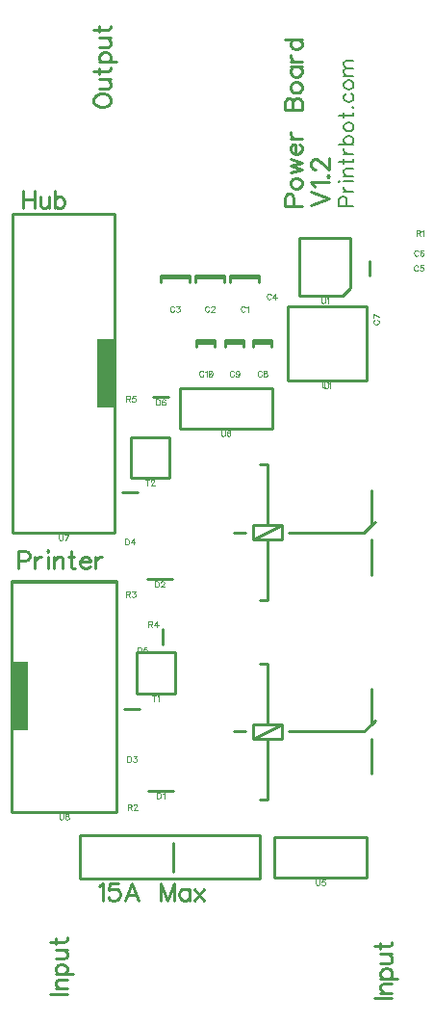
<source format=gbr>
G04 DipTrace 3.0.0.1*
G04 TopSilk.gbr*
%MOIN*%
G04 #@! TF.FileFunction,Legend,Top*
G04 #@! TF.Part,Single*
%ADD10C,0.01*%
G04 #@! TA.AperFunction,Conductor*
%ADD95C,0.003088*%
%ADD96C,0.009264*%
%ADD97C,0.00772*%
%FSLAX26Y26*%
G04*
G70*
G90*
G75*
G01*
G04 TopSilk*
%LPD*%
X1164799Y3209228D2*
D10*
X1263232D1*
X1164799Y3216677D2*
X1263232D1*
X1164799D2*
Y3193118D1*
X1263232Y3216677D2*
Y3193118D1*
X1044799Y3209228D2*
X1143232D1*
X1044799Y3216677D2*
X1143232D1*
X1044799D2*
Y3193118D1*
X1143232Y3216677D2*
Y3193118D1*
X923799Y3209228D2*
X1022232D1*
X923799Y3216677D2*
X1022232D1*
X923799D2*
Y3193118D1*
X1022232Y3216677D2*
Y3193118D1*
X1647656Y3215445D2*
Y3266587D1*
X1244551Y2985228D2*
X1307480D1*
X1244551Y2992677D2*
X1307480D1*
X1244551D2*
Y2969118D1*
X1307480Y2992677D2*
Y2969118D1*
X1147551Y2985228D2*
X1210480D1*
X1147551Y2992677D2*
X1210480D1*
X1147551D2*
Y2969118D1*
X1210480Y2992677D2*
Y2969118D1*
X1048551Y2985228D2*
X1111480D1*
X1048551Y2992677D2*
X1111480D1*
X1048551D2*
Y2969118D1*
X1111480Y2992677D2*
Y2969118D1*
X967323Y1434795D2*
X880709D1*
X963323Y2165795D2*
X876709D1*
X798457Y1715874D2*
X849636D1*
X791457Y2467874D2*
X842636D1*
X929412Y1992421D2*
Y1941280D1*
X949587Y2795635D2*
X898445D1*
X1268016Y1129016D2*
Y1279016D1*
X643016D1*
Y1129016D1*
X1268016D1*
X968016Y1154021D2*
Y1254011D1*
X589079Y2159173D2*
X407976D1*
Y2156780D2*
Y1361535D1*
X770181D1*
Y2156780D1*
Y2159173D2*
X589079D1*
X1500299Y2853661D2*
X1362504D1*
X1500299D2*
X1638094D1*
X1500299Y3109567D2*
X1362504D1*
X1500299D2*
X1638094D1*
Y2853661D1*
X1362504D2*
Y3109567D1*
X838882Y1913701D2*
Y1771969D1*
X972740D1*
Y1913701D1*
X838882D1*
X819087Y2658252D2*
Y2516520D1*
X952945D1*
Y2658252D1*
X819087D1*
X1404359Y3248583D2*
Y3348583D1*
X1579358Y3248583D2*
Y3348583D1*
X1404359D1*
Y3248583D2*
Y3148583D1*
X1579358Y3248583D2*
Y3173583D1*
X1404359Y3148583D2*
X1554366D1*
X1579358Y3173583D2*
X1554366Y3148583D1*
X1318016Y1274016D2*
X1638016D1*
X1318016Y1134016D2*
X1638016D1*
X1318016Y1274016D2*
Y1134016D1*
X1638016Y1274016D2*
Y1134016D1*
X1309016Y2688016D2*
X989016D1*
X1309016Y2828016D2*
X989016D1*
X1309016Y2688016D2*
Y2828016D1*
X989016Y2688016D2*
Y2828016D1*
X410535Y3429646D2*
X764866D1*
Y2327283D1*
X410535D1*
Y3429646D1*
G36*
X704047Y2998000D2*
X759181D1*
Y2761874D1*
X704047D1*
Y2998000D1*
G37*
X408961Y3430236D2*
D10*
X763291D1*
Y2327874D1*
X408961D1*
Y3430236D1*
G36*
X413883Y1880453D2*
X465063D1*
Y1644193D1*
X413883D1*
Y1880453D1*
G37*
X589079Y2158189D2*
D10*
X407976D1*
Y2155797D2*
Y1360551D1*
X770181D1*
Y2155797D1*
Y2158189D2*
X589079D1*
X1267829Y2562062D2*
X1292837D1*
Y2352112D1*
X1242820D1*
Y2327087D1*
Y2302062D1*
X1342856D2*
Y2352112D1*
X1292837D1*
X1242820Y2302062D2*
X1292837D1*
Y2092112D1*
Y2302062D2*
X1342856D1*
X1292837Y2092112D2*
X1267829D1*
X1242820Y2302062D2*
X1342856Y2352112D1*
X1367776Y2327087D2*
X1627833D1*
X1652843Y2352112D1*
Y2474117D2*
Y2352112D1*
Y2302062D2*
Y2179081D1*
Y2352112D2*
X1665837Y2364072D1*
X1177850Y2327087D2*
X1217811D1*
X1267829Y1875054D2*
X1292837D1*
Y1665104D1*
X1242820D1*
Y1640079D1*
Y1615054D1*
X1342856D2*
Y1665104D1*
X1292837D1*
X1242820Y1615054D2*
X1292837D1*
Y1405104D1*
Y1615054D2*
X1342856D1*
X1292837Y1405104D2*
X1267829D1*
X1242820Y1615054D2*
X1342856Y1665104D1*
X1367776Y1640079D2*
X1627833D1*
X1652843Y1665104D1*
Y1787109D2*
Y1665104D1*
Y1615054D2*
Y1492073D1*
Y1665104D2*
X1665837Y1677064D1*
X1177850Y1640079D2*
X1217811D1*
X1215703Y3106725D2*
D95*
X1214753Y3108626D1*
X1212829Y3110549D1*
X1210928Y3111500D1*
X1207103D1*
X1205180Y3110549D1*
X1203279Y3108626D1*
X1202306Y3106725D1*
X1201355Y3103851D1*
Y3099053D1*
X1202306Y3096201D1*
X1203279Y3094278D1*
X1205180Y3092377D1*
X1207103Y3091404D1*
X1210928D1*
X1212829Y3092377D1*
X1214753Y3094278D1*
X1215703Y3096201D1*
X1221879Y3107653D2*
X1223802Y3108626D1*
X1226676Y3111478D1*
Y3091404D1*
X1091403Y3106725D2*
X1090453Y3108626D1*
X1088529Y3110549D1*
X1086628Y3111500D1*
X1082803D1*
X1080880Y3110549D1*
X1078979Y3108626D1*
X1078006Y3106725D1*
X1077055Y3103851D1*
Y3099053D1*
X1078006Y3096201D1*
X1078979Y3094278D1*
X1080880Y3092377D1*
X1082803Y3091404D1*
X1086628D1*
X1088529Y3092377D1*
X1090453Y3094278D1*
X1091403Y3096201D1*
X1098552Y3106703D2*
Y3107653D1*
X1099502Y3109577D1*
X1100453Y3110527D1*
X1102376Y3111478D1*
X1106201D1*
X1108102Y3110527D1*
X1109053Y3109577D1*
X1110026Y3107653D1*
Y3105752D1*
X1109053Y3103829D1*
X1107152Y3100977D1*
X1097579Y3091404D1*
X1110976D1*
X970403Y3106725D2*
X969453Y3108626D1*
X967529Y3110549D1*
X965628Y3111500D1*
X961803D1*
X959880Y3110549D1*
X957979Y3108626D1*
X957006Y3106725D1*
X956055Y3103851D1*
Y3099053D1*
X957006Y3096201D1*
X957979Y3094278D1*
X959880Y3092377D1*
X961803Y3091404D1*
X965628D1*
X967529Y3092377D1*
X969453Y3094278D1*
X970403Y3096201D1*
X978502Y3111478D2*
X989004D1*
X983278Y3103829D1*
X986152D1*
X988053Y3102878D1*
X989004Y3101927D1*
X989976Y3099053D1*
Y3097152D1*
X989004Y3094278D1*
X987102Y3092355D1*
X984228Y3091404D1*
X981354D1*
X978502Y3092355D1*
X977552Y3093327D1*
X976579Y3095229D1*
X1305928Y3149874D2*
X1304977Y3151776D1*
X1303054Y3153699D1*
X1301153Y3154650D1*
X1297328D1*
X1295405Y3153699D1*
X1293503Y3151776D1*
X1292531Y3149874D1*
X1291580Y3147000D1*
Y3142203D1*
X1292531Y3139351D1*
X1293503Y3137428D1*
X1295405Y3135526D1*
X1297328Y3134554D1*
X1301153D1*
X1303054Y3135526D1*
X1304977Y3137428D1*
X1305928Y3139351D1*
X1321676Y3134554D2*
Y3154627D1*
X1312104Y3141252D1*
X1326452D1*
X1273414Y2882725D2*
X1272464Y2884626D1*
X1270540Y2886549D1*
X1268639Y2887500D1*
X1264814D1*
X1262891Y2886549D1*
X1260990Y2884626D1*
X1260017Y2882725D1*
X1259066Y2879851D1*
Y2875053D1*
X1260017Y2872201D1*
X1260990Y2870278D1*
X1262891Y2868377D1*
X1264814Y2867404D1*
X1268639D1*
X1270540Y2868377D1*
X1272464Y2870278D1*
X1273414Y2872201D1*
X1284365Y2887478D2*
X1281513Y2886527D1*
X1280541Y2884626D1*
Y2882703D1*
X1281513Y2880801D1*
X1283415Y2879829D1*
X1287239Y2878878D1*
X1290113Y2877927D1*
X1292015Y2876004D1*
X1292965Y2874103D1*
Y2871229D1*
X1292015Y2869327D1*
X1291064Y2868355D1*
X1288190Y2867404D1*
X1284365D1*
X1281513Y2868355D1*
X1280541Y2869327D1*
X1279590Y2871229D1*
Y2874103D1*
X1280541Y2876004D1*
X1282464Y2877927D1*
X1285316Y2878878D1*
X1289141Y2879829D1*
X1291064Y2880801D1*
X1292015Y2882703D1*
Y2884626D1*
X1291064Y2886527D1*
X1288190Y2887478D1*
X1284365D1*
X1176879Y2882725D2*
X1175928Y2884626D1*
X1174005Y2886549D1*
X1172103Y2887500D1*
X1168279D1*
X1166355Y2886549D1*
X1164454Y2884626D1*
X1163481Y2882725D1*
X1162531Y2879851D1*
Y2875053D1*
X1163481Y2872201D1*
X1164454Y2870278D1*
X1166355Y2868377D1*
X1168279Y2867404D1*
X1172103D1*
X1174005Y2868377D1*
X1175928Y2870278D1*
X1176879Y2872201D1*
X1195501Y2880801D2*
X1194528Y2877927D1*
X1192627Y2876004D1*
X1189753Y2875053D1*
X1188802D1*
X1185928Y2876004D1*
X1184027Y2877927D1*
X1183054Y2880801D1*
Y2881752D1*
X1184027Y2884626D1*
X1185928Y2886527D1*
X1188802Y2887478D1*
X1189753D1*
X1192627Y2886527D1*
X1194528Y2884626D1*
X1195501Y2880801D1*
Y2876004D1*
X1194528Y2871229D1*
X1192627Y2868355D1*
X1189753Y2867404D1*
X1187852D1*
X1184978Y2868355D1*
X1184027Y2870278D1*
X1071917Y2882725D2*
X1070966Y2884626D1*
X1069043Y2886549D1*
X1067141Y2887500D1*
X1063317D1*
X1061393Y2886549D1*
X1059492Y2884626D1*
X1058519Y2882725D1*
X1057569Y2879851D1*
Y2875053D1*
X1058519Y2872201D1*
X1059492Y2870278D1*
X1061393Y2868377D1*
X1063317Y2867404D1*
X1067141D1*
X1069043Y2868377D1*
X1070966Y2870278D1*
X1071917Y2872201D1*
X1078092Y2883653D2*
X1080016Y2884626D1*
X1082890Y2887478D1*
Y2867404D1*
X1094813Y2887478D2*
X1091939Y2886527D1*
X1090016Y2883653D1*
X1089065Y2878878D1*
Y2876004D1*
X1090016Y2871229D1*
X1091939Y2868355D1*
X1094813Y2867404D1*
X1096715D1*
X1099589Y2868355D1*
X1101490Y2871229D1*
X1102463Y2876004D1*
Y2878878D1*
X1101490Y2883653D1*
X1099589Y2886527D1*
X1096715Y2887478D1*
X1094813D1*
X1101490Y2883653D2*
X1090016Y2871229D1*
X911831Y1428012D2*
Y1407916D1*
X918529D1*
X921403Y1408889D1*
X923327Y1410790D1*
X924277Y1412713D1*
X925228Y1415565D1*
Y1420362D1*
X924277Y1423237D1*
X923327Y1425138D1*
X921403Y1427061D1*
X918529Y1428012D1*
X911831D1*
X931404Y1424165D2*
X933327Y1425138D1*
X936201Y1427990D1*
Y1407916D1*
X903531Y2159012D2*
Y2138916D1*
X910229D1*
X913103Y2139889D1*
X915027Y2141790D1*
X915977Y2143713D1*
X916928Y2146565D1*
Y2151362D1*
X915977Y2154237D1*
X915027Y2156138D1*
X913103Y2158061D1*
X910229Y2159012D1*
X903531D1*
X924076Y2154214D2*
Y2155165D1*
X925027Y2157088D1*
X925978Y2158039D1*
X927901Y2158990D1*
X931726D1*
X933627Y2158039D1*
X934578Y2157088D1*
X935550Y2155165D1*
Y2153264D1*
X934578Y2151340D1*
X932676Y2148488D1*
X923104Y2138916D1*
X936501D1*
X808054Y1553579D2*
Y1533483D1*
X814753D1*
X817627Y1534455D1*
X819550Y1536357D1*
X820501Y1538280D1*
X821452Y1541132D1*
Y1545929D1*
X820501Y1548803D1*
X819550Y1550705D1*
X817627Y1552628D1*
X814753Y1553579D1*
X808054D1*
X829551Y1553557D2*
X840052D1*
X834326Y1545907D1*
X837200D1*
X839101Y1544957D1*
X840052Y1544006D1*
X841025Y1541132D1*
Y1539231D1*
X840052Y1536357D1*
X838151Y1534433D1*
X835277Y1533483D1*
X832403D1*
X829551Y1534433D1*
X828600Y1535406D1*
X827627Y1537307D1*
X800579Y2305579D2*
Y2285483D1*
X807278D1*
X810152Y2286455D1*
X812075Y2288357D1*
X813026Y2290280D1*
X813976Y2293132D1*
Y2297929D1*
X813026Y2300803D1*
X812075Y2302705D1*
X810152Y2304628D1*
X807278Y2305579D1*
X800579D1*
X829725Y2285483D2*
Y2305557D1*
X820152Y2292181D1*
X834500D1*
X844040Y1930539D2*
Y1910443D1*
X850738D1*
X853612Y1911416D1*
X855536Y1913317D1*
X856486Y1915241D1*
X857437Y1918093D1*
Y1922890D1*
X856486Y1925764D1*
X855536Y1927665D1*
X853612Y1929589D1*
X850738Y1930539D1*
X844040D1*
X875087Y1930517D2*
X865536D1*
X864586Y1921917D1*
X865536Y1922868D1*
X868410Y1923841D1*
X871262D1*
X874136Y1922868D1*
X876059Y1920967D1*
X877010Y1918093D1*
Y1916191D1*
X876059Y1913317D1*
X874136Y1911394D1*
X871262Y1910443D1*
X868410D1*
X865536Y1911394D1*
X864586Y1912367D1*
X863613Y1914268D1*
X908017Y2788852D2*
Y2768756D1*
X914716D1*
X917590Y2769728D1*
X919513Y2771630D1*
X920464Y2773553D1*
X921414Y2776405D1*
Y2781202D1*
X920464Y2784076D1*
X919513Y2785978D1*
X917590Y2787901D1*
X914716Y2788852D1*
X908017D1*
X939064Y2785978D2*
X938113Y2787879D1*
X935239Y2788830D1*
X933338D1*
X930464Y2787879D1*
X928541Y2785005D1*
X927590Y2780230D1*
Y2775454D1*
X928541Y2771630D1*
X930464Y2769706D1*
X933338Y2768756D1*
X934289D1*
X937141Y2769706D1*
X939064Y2771630D1*
X940015Y2774504D1*
Y2775454D1*
X939064Y2778328D1*
X937141Y2780230D1*
X934289Y2781180D1*
X933338D1*
X930464Y2780230D1*
X928541Y2778328D1*
X927590Y2775454D1*
X572605Y1354752D2*
Y1340404D1*
X573555Y1337530D1*
X575479Y1335629D1*
X578353Y1334656D1*
X580254D1*
X583128Y1335629D1*
X585051Y1337530D1*
X586002Y1340404D1*
Y1354752D1*
X596953Y1354730D2*
X594101Y1353779D1*
X593128Y1351878D1*
Y1349955D1*
X594101Y1348053D1*
X596002Y1347081D1*
X599827Y1346130D1*
X602701Y1345179D1*
X604602Y1343256D1*
X605553Y1341355D1*
Y1338481D1*
X604602Y1336579D1*
X603652Y1335607D1*
X600778Y1334656D1*
X596953D1*
X594101Y1335607D1*
X593128Y1336579D1*
X592178Y1338481D1*
Y1341355D1*
X593128Y1343256D1*
X595052Y1345179D1*
X597904Y1346130D1*
X601728Y1347081D1*
X603652Y1348053D1*
X604602Y1349955D1*
Y1351878D1*
X603652Y1353779D1*
X600778Y1354730D1*
X596953D1*
X1489076Y2846878D2*
Y2826782D1*
X1500550D1*
X1506725Y2843031D2*
X1508649Y2844004D1*
X1511523Y2846856D1*
Y2826782D1*
X809531Y1377266D2*
X818131D1*
X821005Y1378239D1*
X821977Y1379189D1*
X822928Y1381091D1*
Y1383014D1*
X821977Y1384915D1*
X821005Y1385888D1*
X818131Y1386839D1*
X809531D1*
Y1366743D1*
X816229Y1377266D2*
X822928Y1366743D1*
X830076Y1382041D2*
Y1382992D1*
X831027Y1384915D1*
X831978Y1385866D1*
X833901Y1386816D1*
X837726D1*
X839627Y1385866D1*
X840578Y1384915D1*
X841550Y1382992D1*
Y1381091D1*
X840578Y1379167D1*
X838676Y1376315D1*
X829104Y1366743D1*
X842501D1*
X803531Y2115266D2*
X812131D1*
X815005Y2116239D1*
X815977Y2117189D1*
X816928Y2119091D1*
Y2121014D1*
X815977Y2122915D1*
X815005Y2123888D1*
X812131Y2124839D1*
X803531D1*
Y2104743D1*
X810229Y2115266D2*
X816928Y2104743D1*
X825027Y2124816D2*
X835528D1*
X829802Y2117167D1*
X832676D1*
X834578Y2116217D1*
X835528Y2115266D1*
X836501Y2112392D1*
Y2110491D1*
X835528Y2107617D1*
X833627Y2105693D1*
X830753Y2104743D1*
X827879D1*
X825027Y2105693D1*
X824076Y2106666D1*
X823104Y2108567D1*
X881961Y2010534D2*
X890561D1*
X893435Y2011506D1*
X894407Y2012457D1*
X895358Y2014358D1*
Y2016282D1*
X894407Y2018183D1*
X893435Y2019156D1*
X890561Y2020106D1*
X881961D1*
Y2000010D1*
X888659Y2010534D2*
X895358Y2000010D1*
X911106D2*
Y2020084D1*
X901534Y2006709D1*
X915882D1*
X804531Y2790266D2*
X813131D1*
X816005Y2791239D1*
X816977Y2792189D1*
X817928Y2794091D1*
Y2796014D1*
X816977Y2797915D1*
X816005Y2798888D1*
X813131Y2799839D1*
X804531D1*
Y2779743D1*
X811229Y2790266D2*
X817928Y2779743D1*
X835578Y2799816D2*
X826027D1*
X825076Y2791217D1*
X826027Y2792167D1*
X828901Y2793140D1*
X831753D1*
X834627Y2792167D1*
X836550Y2790266D1*
X837501Y2787392D1*
Y2785491D1*
X836550Y2782617D1*
X834627Y2780693D1*
X831753Y2779743D1*
X828901D1*
X826027Y2780693D1*
X825076Y2781666D1*
X824104Y2783567D1*
X900324Y1765185D2*
Y1745089D1*
X893626Y1765185D2*
X907023D1*
X913199Y1761338D2*
X915122Y1762311D1*
X917996Y1765163D1*
Y1745089D1*
X876229Y2509736D2*
Y2489640D1*
X869531Y2509736D2*
X882928D1*
X890076Y2504939D2*
Y2505889D1*
X891027Y2507813D1*
X891978Y2508763D1*
X893901Y2509714D1*
X897726D1*
X899627Y2508763D1*
X900578Y2507813D1*
X901550Y2505889D1*
Y2503988D1*
X900578Y2502065D1*
X898676Y2499213D1*
X889104Y2489640D1*
X902501D1*
X1479673Y3141799D2*
Y3127451D1*
X1480624Y3124577D1*
X1482547Y3122676D1*
X1485421Y3121703D1*
X1487322D1*
X1490196Y3122676D1*
X1492120Y3124577D1*
X1493070Y3127451D1*
Y3141799D1*
X1499246Y3137952D2*
X1501169Y3138925D1*
X1504043Y3141777D1*
Y3121703D1*
X1461531Y1127232D2*
Y1112884D1*
X1462481Y1110010D1*
X1464405Y1108109D1*
X1467279Y1107136D1*
X1469180D1*
X1472054Y1108109D1*
X1473977Y1110010D1*
X1474928Y1112884D1*
Y1127232D1*
X1492578Y1127210D2*
X1483027D1*
X1482076Y1118610D1*
X1483027Y1119561D1*
X1485901Y1120534D1*
X1488753D1*
X1491627Y1119561D1*
X1493550Y1117660D1*
X1494501Y1114786D1*
Y1112884D1*
X1493550Y1110010D1*
X1491627Y1108087D1*
X1488753Y1107136D1*
X1485901D1*
X1483027Y1108087D1*
X1482076Y1109060D1*
X1481104Y1110961D1*
X1133017Y2681232D2*
Y2666884D1*
X1133968Y2664010D1*
X1135891Y2662109D1*
X1138765Y2661136D1*
X1140666D1*
X1143540Y2662109D1*
X1145464Y2664010D1*
X1146414Y2666884D1*
Y2681232D1*
X1164064Y2678358D2*
X1163113Y2680260D1*
X1160239Y2681210D1*
X1158338D1*
X1155464Y2680260D1*
X1153541Y2677386D1*
X1152590Y2672610D1*
Y2667835D1*
X1153541Y2664010D1*
X1155464Y2662087D1*
X1158338Y2661136D1*
X1159289D1*
X1162141Y2662087D1*
X1164064Y2664010D1*
X1165015Y2666884D1*
Y2667835D1*
X1164064Y2670709D1*
X1162141Y2672610D1*
X1159289Y2673561D1*
X1158338D1*
X1155464Y2672610D1*
X1153541Y2670709D1*
X1152590Y2667835D1*
X571216Y2320500D2*
Y2306152D1*
X572166Y2303278D1*
X574090Y2301377D1*
X576964Y2300404D1*
X578865D1*
X581739Y2301377D1*
X583662Y2303278D1*
X584613Y2306152D1*
Y2320500D1*
X594613Y2300404D2*
X604186Y2320478D1*
X590789D1*
X1809016Y3364203D2*
X1817616D1*
X1820490Y3365176D1*
X1821463Y3366126D1*
X1822414Y3368028D1*
Y3369951D1*
X1821463Y3371852D1*
X1820490Y3372825D1*
X1817616Y3373776D1*
X1809016D1*
Y3353680D1*
X1815715Y3364203D2*
X1822414Y3353680D1*
X1828589Y3369929D2*
X1830513Y3370902D1*
X1833387Y3373753D1*
Y3353680D1*
X1816191Y3300111D2*
X1815240Y3302012D1*
X1813317Y3303935D1*
X1811416Y3304886D1*
X1807591D1*
X1805668Y3303935D1*
X1803767Y3302012D1*
X1802794Y3300111D1*
X1801843Y3297237D1*
Y3292439D1*
X1802794Y3289587D1*
X1803767Y3287664D1*
X1805668Y3285763D1*
X1807591Y3284790D1*
X1811416D1*
X1813317Y3285763D1*
X1815240Y3287664D1*
X1816191Y3289587D1*
X1833841Y3302012D2*
X1832890Y3303913D1*
X1830016Y3304864D1*
X1828115D1*
X1825241Y3303913D1*
X1823317Y3301039D1*
X1822367Y3296264D1*
Y3291488D1*
X1823317Y3287664D1*
X1825241Y3285740D1*
X1828115Y3284790D1*
X1829065D1*
X1831917Y3285740D1*
X1833841Y3287664D1*
X1834791Y3290538D1*
Y3291488D1*
X1833841Y3294362D1*
X1831917Y3296264D1*
X1829065Y3297214D1*
X1828115D1*
X1825241Y3296264D1*
X1823317Y3294362D1*
X1822367Y3291488D1*
X1815364Y3248000D2*
X1814414Y3249902D1*
X1812490Y3251825D1*
X1810589Y3252776D1*
X1806764D1*
X1804841Y3251825D1*
X1802940Y3249902D1*
X1801967Y3248000D1*
X1801016Y3245126D1*
Y3240329D1*
X1801967Y3237477D1*
X1802940Y3235554D1*
X1804841Y3233652D1*
X1806764Y3232680D1*
X1810589D1*
X1812490Y3233652D1*
X1814414Y3235554D1*
X1815364Y3237477D1*
X1833014Y3252753D2*
X1823463D1*
X1822513Y3244154D1*
X1823463Y3245104D1*
X1826337Y3246077D1*
X1829189D1*
X1832063Y3245104D1*
X1833987Y3243203D1*
X1834937Y3240329D1*
Y3238428D1*
X1833987Y3235554D1*
X1832063Y3233630D1*
X1829189Y3232680D1*
X1826337D1*
X1823463Y3233630D1*
X1822513Y3234603D1*
X1821540Y3236504D1*
X1664484Y3062879D2*
X1662583Y3061928D1*
X1660659Y3060005D1*
X1659709Y3058104D1*
Y3054279D1*
X1660659Y3052356D1*
X1662583Y3050454D1*
X1664484Y3049482D1*
X1667358Y3048531D1*
X1672155D1*
X1675007Y3049482D1*
X1676931Y3050454D1*
X1678832Y3052356D1*
X1679805Y3054279D1*
Y3058104D1*
X1678832Y3060005D1*
X1676931Y3061928D1*
X1675007Y3062879D1*
X1679805Y3072879D2*
X1659731Y3082452D1*
Y3069055D1*
X1384826Y3458539D2*
D96*
Y3484405D1*
X1381974Y3492961D1*
X1379056Y3495879D1*
X1373352Y3498731D1*
X1364730D1*
X1359026Y3495879D1*
X1356108Y3492961D1*
X1353256Y3484405D1*
Y3458539D1*
X1413544D1*
X1373352Y3531584D2*
X1376204Y3525880D1*
X1381974Y3520110D1*
X1390596Y3517258D1*
X1396300D1*
X1404922Y3520110D1*
X1410626Y3525880D1*
X1413544Y3531584D1*
Y3540206D1*
X1410626Y3545976D1*
X1404922Y3551680D1*
X1396300Y3554598D1*
X1390596D1*
X1381974Y3551680D1*
X1376204Y3545976D1*
X1373352Y3540206D1*
Y3531584D1*
Y3573125D2*
X1413544Y3584599D1*
X1373352Y3596073D1*
X1413544Y3607547D1*
X1373352Y3619021D1*
X1390596Y3637548D2*
Y3671970D1*
X1384826D1*
X1379056Y3669118D1*
X1376204Y3666266D1*
X1373352Y3660496D1*
Y3651874D1*
X1376204Y3646170D1*
X1381974Y3640400D1*
X1390596Y3637548D1*
X1396300D1*
X1404922Y3640400D1*
X1410626Y3646170D1*
X1413544Y3651874D1*
Y3660496D1*
X1410626Y3666266D1*
X1404922Y3671970D1*
X1373352Y3690497D2*
X1413544D1*
X1390596D2*
X1381974Y3693415D1*
X1376204Y3699119D1*
X1373352Y3704889D1*
Y3713511D1*
X1353256Y3790359D2*
X1413544D1*
Y3816225D1*
X1410626Y3824847D1*
X1407774Y3827699D1*
X1402070Y3830551D1*
X1393448D1*
X1387678Y3827699D1*
X1384826Y3824847D1*
X1381974Y3816225D1*
X1379056Y3824847D1*
X1376204Y3827699D1*
X1370500Y3830551D1*
X1364730D1*
X1359026Y3827699D1*
X1356108Y3824847D1*
X1353256Y3816225D1*
Y3790359D1*
X1381974D2*
Y3816225D1*
X1373352Y3863404D2*
X1376204Y3857700D1*
X1381974Y3851930D1*
X1390596Y3849078D1*
X1396300D1*
X1404922Y3851930D1*
X1410626Y3857700D1*
X1413544Y3863404D1*
Y3872026D1*
X1410626Y3877796D1*
X1404922Y3883500D1*
X1396300Y3886418D1*
X1390596D1*
X1381974Y3883500D1*
X1376204Y3877796D1*
X1373352Y3872026D1*
Y3863404D1*
Y3939367D2*
X1413544D1*
X1381974D2*
X1376204Y3933664D1*
X1373352Y3927893D1*
Y3919338D1*
X1376204Y3913568D1*
X1381974Y3907864D1*
X1390596Y3904946D1*
X1396300D1*
X1404922Y3907864D1*
X1410626Y3913568D1*
X1413544Y3919338D1*
Y3927893D1*
X1410626Y3933664D1*
X1404922Y3939367D1*
X1373352Y3957895D2*
X1413544D1*
X1390596D2*
X1381974Y3960813D1*
X1376204Y3966517D1*
X1373352Y3972287D1*
Y3980909D1*
X1353256Y4033858D2*
X1413544D1*
X1381974D2*
X1376204Y4028154D1*
X1373352Y4022384D1*
Y4013762D1*
X1376204Y4008058D1*
X1381974Y4002288D1*
X1390596Y3999436D1*
X1396300D1*
X1404922Y4002288D1*
X1410626Y4008058D1*
X1413544Y4013762D1*
Y4022384D1*
X1410626Y4028154D1*
X1404922Y4033858D1*
X1445256Y3460539D2*
X1505544Y3483487D1*
X1445256Y3506435D1*
X1456796Y3524962D2*
X1453878Y3530732D1*
X1445322Y3539354D1*
X1505544D1*
X1499774Y3560733D2*
X1502692Y3557881D1*
X1505544Y3560733D1*
X1502692Y3563651D1*
X1499774Y3560733D1*
X1459648Y3585096D2*
X1456796D1*
X1451026Y3587948D1*
X1448174Y3590800D1*
X1445322Y3596570D1*
Y3608044D1*
X1448174Y3613748D1*
X1451026Y3616600D1*
X1456796Y3619518D1*
X1462500D1*
X1468270Y3616600D1*
X1476826Y3610896D1*
X1505544Y3582178D1*
Y3622370D1*
X1568173Y3456767D2*
D97*
Y3478322D1*
X1565796Y3485452D1*
X1563364Y3487883D1*
X1558611Y3490260D1*
X1551426D1*
X1546673Y3487883D1*
X1544241Y3485452D1*
X1541864Y3478322D1*
Y3456767D1*
X1592104D1*
X1558611Y3505699D2*
X1592104D1*
X1572981D2*
X1565796Y3508131D1*
X1560988Y3512884D1*
X1558611Y3517693D1*
Y3524878D1*
X1541864Y3540317D2*
X1544241Y3542694D1*
X1541864Y3545125D1*
X1539432Y3542694D1*
X1541864Y3540317D1*
X1558611Y3542694D2*
X1592104D1*
X1558611Y3560565D2*
X1592104D1*
X1568173D2*
X1560988Y3567750D1*
X1558611Y3572558D1*
Y3579688D1*
X1560988Y3584496D1*
X1568173Y3586873D1*
X1592104D1*
X1541864Y3609497D2*
X1582543D1*
X1589672Y3611874D1*
X1592104Y3616682D1*
Y3621435D1*
X1558611Y3602312D2*
Y3619059D1*
Y3636875D2*
X1592104D1*
X1572981D2*
X1565796Y3639307D1*
X1560987Y3644060D1*
X1558611Y3648868D1*
Y3656053D1*
X1541864Y3671493D2*
X1592104D1*
X1565796D2*
X1560987Y3676301D1*
X1558611Y3681054D1*
Y3688239D1*
X1560987Y3692992D1*
X1565796Y3697801D1*
X1572981Y3700177D1*
X1577734D1*
X1584919Y3697801D1*
X1589672Y3692992D1*
X1592104Y3688239D1*
Y3681054D1*
X1589672Y3676301D1*
X1584919Y3671493D1*
X1558611Y3727555D2*
X1560987Y3722802D1*
X1565796Y3717993D1*
X1572981Y3715617D1*
X1577734D1*
X1584919Y3717993D1*
X1589672Y3722802D1*
X1592104Y3727555D1*
Y3734740D1*
X1589672Y3739548D1*
X1584919Y3744302D1*
X1577734Y3746733D1*
X1572981D1*
X1565796Y3744302D1*
X1560987Y3739548D1*
X1558611Y3734740D1*
Y3727555D1*
X1541864Y3769358D2*
X1582543D1*
X1589672Y3771734D1*
X1592104Y3776543D1*
Y3781296D1*
X1558611Y3762173D2*
Y3778919D1*
X1587296Y3799112D2*
X1589728Y3796735D1*
X1592104Y3799112D1*
X1589728Y3801544D1*
X1587296Y3799112D1*
X1565796Y3845723D2*
X1560987Y3840915D1*
X1558611Y3836106D1*
Y3828976D1*
X1560987Y3824168D1*
X1565796Y3819415D1*
X1572981Y3816983D1*
X1577734D1*
X1584919Y3819415D1*
X1589672Y3824168D1*
X1592104Y3828976D1*
Y3836106D1*
X1589672Y3840915D1*
X1584919Y3845723D1*
X1558611Y3873100D2*
X1560987Y3868347D1*
X1565796Y3863539D1*
X1572981Y3861162D1*
X1577734D1*
X1584919Y3863539D1*
X1589672Y3868347D1*
X1592104Y3873100D1*
Y3880286D1*
X1589672Y3885094D1*
X1584919Y3889847D1*
X1577734Y3892279D1*
X1572981D1*
X1565796Y3889847D1*
X1560987Y3885094D1*
X1558611Y3880286D1*
Y3873100D1*
Y3907718D2*
X1592104D1*
X1568173D2*
X1560987Y3914903D1*
X1558611Y3919712D1*
Y3926842D1*
X1560987Y3931650D1*
X1568173Y3934027D1*
X1592104D1*
X1568173D2*
X1560987Y3941212D1*
X1558611Y3946020D1*
Y3953150D1*
X1560987Y3957958D1*
X1568173Y3960390D1*
X1592104D1*
X448195Y3510118D2*
D96*
Y3449830D1*
X488387Y3510118D2*
Y3449830D1*
X448195Y3481400D2*
X488387D1*
X506914Y3490022D2*
Y3461304D1*
X509766Y3452748D1*
X515536Y3449830D1*
X524158D1*
X529862Y3452748D1*
X538484Y3461304D1*
Y3490022D2*
Y3449830D1*
X557011Y3510118D2*
Y3449830D1*
Y3481400D2*
X562781Y3487170D1*
X568485Y3490022D1*
X577107D1*
X582811Y3487170D1*
X588581Y3481400D1*
X591433Y3472778D1*
Y3467074D1*
X588581Y3458452D1*
X582811Y3452748D1*
X577107Y3449830D1*
X568485D1*
X562781Y3452748D1*
X557011Y3458452D1*
X429195Y2231548D2*
X455061D1*
X463617Y2234400D1*
X466535Y2237318D1*
X469387Y2243022D1*
Y2251644D1*
X466535Y2257348D1*
X463617Y2260266D1*
X455061Y2263118D1*
X429195D1*
Y2202830D1*
X487914Y2243022D2*
Y2202830D1*
Y2225778D2*
X490832Y2234400D1*
X496536Y2240170D1*
X502306Y2243022D1*
X510928D1*
X529455Y2263118D2*
X532307Y2260266D1*
X535225Y2263118D1*
X532307Y2266036D1*
X529455Y2263118D1*
X532307Y2243022D2*
Y2202830D1*
X553752Y2243022D2*
Y2202830D1*
Y2231548D2*
X562374Y2240170D1*
X568145Y2243022D1*
X576700D1*
X582470Y2240170D1*
X585322Y2231548D1*
Y2202830D1*
X612472Y2263118D2*
Y2214304D1*
X615323Y2205748D1*
X621094Y2202830D1*
X626797D1*
X603849Y2243022D2*
X623945D1*
X645324Y2225778D2*
X679746D1*
Y2231548D1*
X676894Y2237318D1*
X674043Y2240170D1*
X668272Y2243022D1*
X659650D1*
X653947Y2240170D1*
X648176Y2234400D1*
X645324Y2225778D1*
Y2220074D1*
X648176Y2211452D1*
X653947Y2205748D1*
X659650Y2202830D1*
X668272D1*
X674043Y2205748D1*
X679746Y2211452D1*
X698273Y2243022D2*
Y2202830D1*
Y2225778D2*
X701192Y2234400D1*
X706896Y2240170D1*
X712666Y2243022D1*
X721288D1*
X691171Y3816869D2*
X694023Y3811099D1*
X699793Y3805395D1*
X705497Y3802477D1*
X714119Y3799625D1*
X728511D1*
X737066Y3802477D1*
X742837Y3805395D1*
X748540Y3811099D1*
X751459Y3816869D1*
Y3828343D1*
X748540Y3834047D1*
X742837Y3839817D1*
X737067Y3842669D1*
X728511Y3845521D1*
X714119D1*
X705497Y3842669D1*
X699793Y3839817D1*
X694023Y3834047D1*
X691171Y3828343D1*
Y3816869D1*
X711267Y3864048D2*
X739985D1*
X748540Y3866900D1*
X751459Y3872670D1*
Y3881292D1*
X748540Y3886996D1*
X739985Y3895618D1*
X711267D2*
X751459D1*
X691171Y3922767D2*
X739985D1*
X748540Y3925619D1*
X751459Y3931389D1*
Y3937093D1*
X711267Y3914145D2*
Y3934241D1*
Y3955620D2*
X771555D1*
X719889D2*
X714185Y3961390D1*
X711267Y3967094D1*
Y3975716D1*
X714185Y3981486D1*
X719889Y3987190D1*
X728511Y3990108D1*
X734281D1*
X742837Y3987190D1*
X748607Y3981486D1*
X751459Y3975716D1*
Y3967094D1*
X748607Y3961390D1*
X742837Y3955620D1*
X711267Y4008635D2*
X739985D1*
X748540Y4011487D1*
X751459Y4017258D1*
Y4025880D1*
X748540Y4031583D1*
X739985Y4040205D1*
X711267D2*
X751459D1*
X691171Y4067355D2*
X739985D1*
X748540Y4070206D1*
X751459Y4075977D1*
Y4081680D1*
X711267Y4058733D2*
Y4078829D1*
X1664778Y716018D2*
X1725066D1*
X1684874Y734545D2*
X1725066D1*
X1696348D2*
X1687726Y743167D1*
X1684874Y748937D1*
Y757493D1*
X1687726Y763263D1*
X1696348Y766115D1*
X1725066D1*
X1684874Y784642D2*
X1745162D1*
X1693496D2*
X1687793Y790412D1*
X1684874Y796116D1*
Y804738D1*
X1687793Y810508D1*
X1693496Y816212D1*
X1702118Y819130D1*
X1707889D1*
X1716444Y816212D1*
X1722214Y810508D1*
X1725066Y804738D1*
Y796116D1*
X1722214Y790412D1*
X1716444Y784642D1*
X1684874Y837657D2*
X1713592D1*
X1722148Y840509D1*
X1725066Y846279D1*
Y854901D1*
X1722148Y860605D1*
X1713592Y869227D1*
X1684874D2*
X1725066D1*
X1664778Y896376D2*
X1713592D1*
X1722148Y899228D1*
X1725066Y904998D1*
Y910702D1*
X1684874Y887754D2*
Y907850D1*
X539778Y731018D2*
X600066D1*
X559874Y749545D2*
X600066D1*
X571348D2*
X562726Y758167D1*
X559874Y763937D1*
Y772493D1*
X562726Y778263D1*
X571348Y781115D1*
X600066D1*
X559874Y799642D2*
X620162D1*
X568496D2*
X562793Y805412D1*
X559874Y811116D1*
Y819738D1*
X562793Y825508D1*
X568496Y831212D1*
X577118Y834130D1*
X582889D1*
X591444Y831212D1*
X597214Y825508D1*
X600066Y819738D1*
Y811116D1*
X597214Y805412D1*
X591444Y799642D1*
X559874Y852657D2*
X588592D1*
X597148Y855509D1*
X600066Y861279D1*
Y869901D1*
X597148Y875605D1*
X588592Y884227D1*
X559874D2*
X600066D1*
X539778Y911376D2*
X588592D1*
X597148Y914228D1*
X600066Y919998D1*
Y925702D1*
X559874Y902754D2*
Y922850D1*
X709195Y1103578D2*
X714965Y1106496D1*
X723587Y1115052D1*
Y1054830D1*
X776536Y1115052D2*
X747884D1*
X745032Y1089252D1*
X747884Y1092104D1*
X756506Y1095022D1*
X765062D1*
X773684Y1092104D1*
X779454Y1086400D1*
X782306Y1077778D1*
Y1072074D1*
X779454Y1063452D1*
X773684Y1057682D1*
X765062Y1054830D1*
X756506D1*
X747884Y1057682D1*
X745032Y1060600D1*
X742114Y1066304D1*
X846795Y1054830D2*
X823781Y1115118D1*
X800833Y1054830D1*
X809455Y1074926D2*
X838173D1*
X969539Y1054830D2*
Y1115118D1*
X946591Y1054830D1*
X923644Y1115118D1*
Y1054830D1*
X1022488Y1095022D2*
Y1054830D1*
Y1086400D2*
X1016785Y1092170D1*
X1011014Y1095022D1*
X1002459D1*
X996689Y1092170D1*
X990985Y1086400D1*
X988066Y1077778D1*
Y1072074D1*
X990985Y1063452D1*
X996689Y1057748D1*
X1002459Y1054830D1*
X1011014D1*
X1016785Y1057748D1*
X1022488Y1063452D1*
X1041015Y1095022D2*
X1072585Y1054830D1*
Y1095022D2*
X1041015Y1054830D1*
X1482313Y2851644D2*
D95*
Y2831548D1*
X1493787D1*
X1499963Y2847798D2*
X1501886Y2848770D1*
X1504760Y2851622D1*
Y2831548D1*
M02*

</source>
